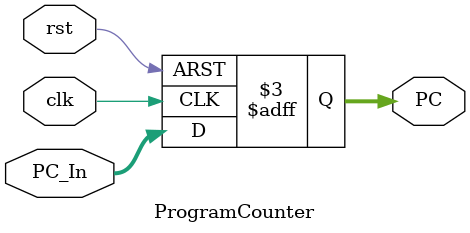
<source format=v>
module ProgramCounter (
input wire 			rst,
input wire 			clk,
input wire [31:0]	PC_In,
output reg [31:0] 	PC );

always @(posedge clk , negedge rst)
begin

if (!rst)
 begin
  PC <= 32'b0 ;
 end
 
else
 begin
  PC <= PC_In;
 end
 
end
endmodule
</source>
